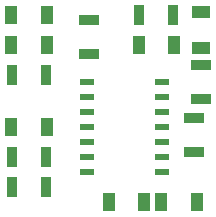
<source format=gtp>
G04 #@! TF.FileFunction,Paste,Top*
%FSLAX46Y46*%
G04 Gerber Fmt 4.6, Leading zero omitted, Abs format (unit mm)*
G04 Created by KiCad (PCBNEW 4.0.0-rc2-1-stable) date Wednesday, February 17, 2016 'pmt' 06:13:41 pm*
%MOMM*%
G01*
G04 APERTURE LIST*
%ADD10C,0.150000*%
%ADD11R,1.000000X1.600000*%
%ADD12R,0.900000X1.700000*%
%ADD13R,1.600000X1.000000*%
%ADD14R,1.143000X0.508000*%
%ADD15R,1.700000X0.900000*%
G04 APERTURE END LIST*
D10*
D11*
X17486500Y-24257000D03*
X20486500Y-24257000D03*
D12*
X20436500Y-38862000D03*
X17536500Y-38862000D03*
X20436500Y-36322000D03*
X17536500Y-36322000D03*
X20436500Y-29337000D03*
X17536500Y-29337000D03*
D11*
X20486500Y-33782000D03*
X17486500Y-33782000D03*
X20486500Y-26797000D03*
X17486500Y-26797000D03*
X31281500Y-26797000D03*
X28281500Y-26797000D03*
D13*
X33591500Y-24027000D03*
X33591500Y-27027000D03*
D11*
X30186500Y-40132000D03*
X33186500Y-40132000D03*
X25741500Y-40132000D03*
X28741500Y-40132000D03*
D14*
X23939500Y-29972000D03*
X23939500Y-31242000D03*
X23939500Y-32512000D03*
X23939500Y-33782000D03*
X23939500Y-35052000D03*
X23939500Y-36322000D03*
X23939500Y-37592000D03*
X30289500Y-37592000D03*
X30289500Y-36322000D03*
X30289500Y-33782000D03*
X30289500Y-32512000D03*
X30289500Y-31242000D03*
X30289500Y-29972000D03*
X30289500Y-35052000D03*
D12*
X28331500Y-24257000D03*
X31231500Y-24257000D03*
D15*
X32956500Y-32967000D03*
X32956500Y-35867000D03*
X24066500Y-27612000D03*
X24066500Y-24712000D03*
X33591500Y-28522000D03*
X33591500Y-31422000D03*
M02*

</source>
